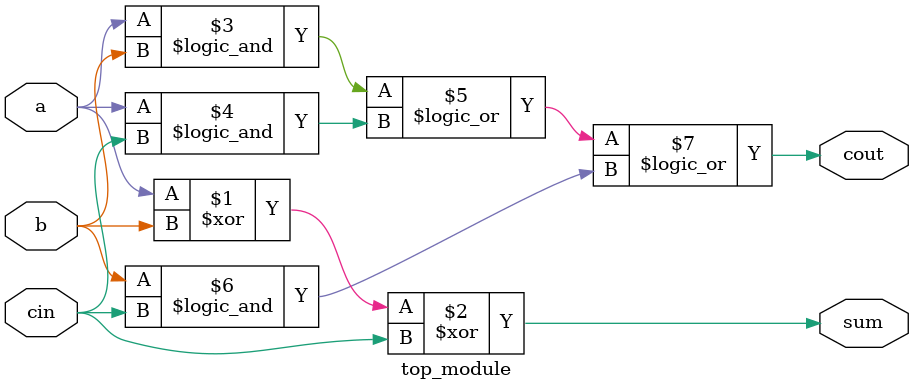
<source format=v>
/*
Create a full adder. A full adder adds three bits (including carry-in) and produces a sum and carry-out.

Expected solution length: Around 2 lines.
*/


module top_module( 
    input a, b, cin,
    output cout, sum );

    assign sum = a ^ b ^ cin;
    assign cout = (a && b) || (a && cin) || (b && cin);

endmodule
</source>
